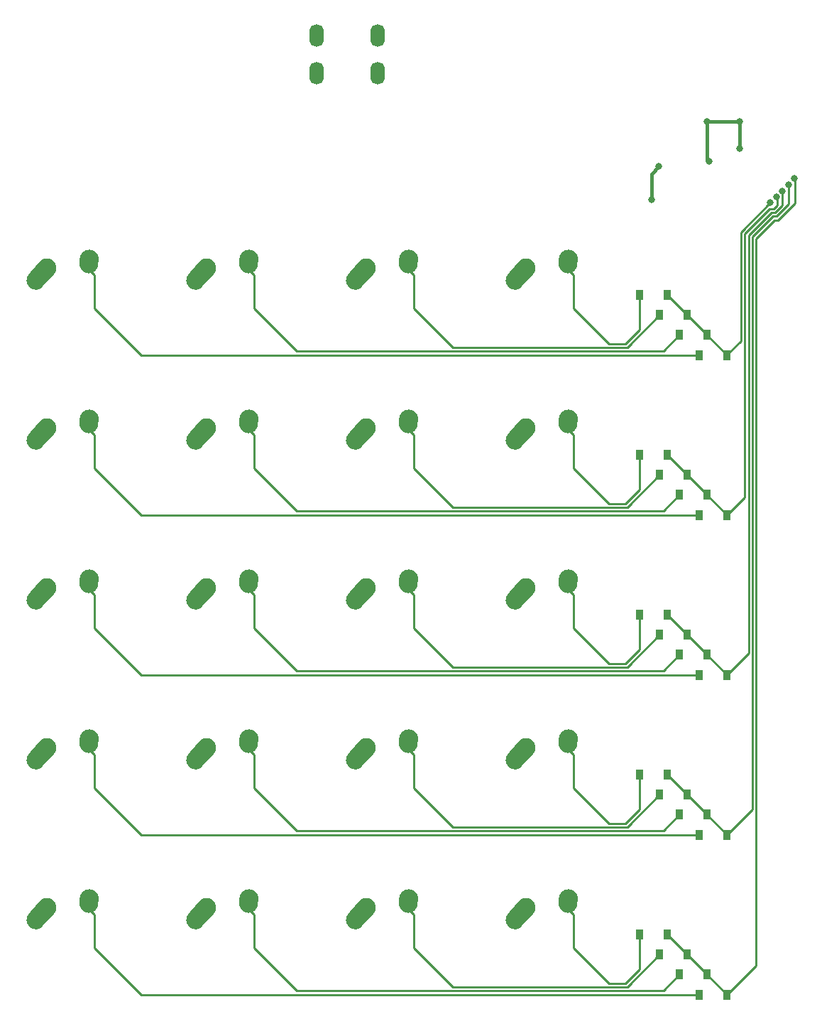
<source format=gbr>
%TF.GenerationSoftware,KiCad,Pcbnew,(5.1.9)-1*%
%TF.CreationDate,2021-04-12T01:02:27-04:00*%
%TF.ProjectId,Genesis Numpad,47656e65-7369-4732-904e-756d7061642e,rev?*%
%TF.SameCoordinates,Original*%
%TF.FileFunction,Copper,L1,Top*%
%TF.FilePolarity,Positive*%
%FSLAX46Y46*%
G04 Gerber Fmt 4.6, Leading zero omitted, Abs format (unit mm)*
G04 Created by KiCad (PCBNEW (5.1.9)-1) date 2021-04-12 01:02:27*
%MOMM*%
%LPD*%
G01*
G04 APERTURE LIST*
%TA.AperFunction,ComponentPad*%
%ADD10O,1.700000X2.700000*%
%TD*%
%TA.AperFunction,ComponentPad*%
%ADD11C,2.250000*%
%TD*%
%TA.AperFunction,SMDPad,CuDef*%
%ADD12R,0.900000X1.200000*%
%TD*%
%TA.AperFunction,ViaPad*%
%ADD13C,0.800000*%
%TD*%
%TA.AperFunction,Conductor*%
%ADD14C,0.381000*%
%TD*%
%TA.AperFunction,Conductor*%
%ADD15C,0.250000*%
%TD*%
G04 APERTURE END LIST*
D10*
%TO.P,USB1,6*%
%TO.N,GND*%
X74137500Y-22225000D03*
X81437500Y-22225000D03*
X81437500Y-26725000D03*
X74137500Y-26725000D03*
%TD*%
D11*
%TO.P,MX20,1*%
%TO.N,COL3*%
X99100000Y-126175000D03*
%TA.AperFunction,ComponentPad*%
G36*
G01*
X97038688Y-128472350D02*
X97038683Y-128472345D01*
G75*
G02*
X96952655Y-126883683I751317J837345D01*
G01*
X98262657Y-125423683D01*
G75*
G02*
X99851319Y-125337655I837345J-751317D01*
G01*
X99851319Y-125337655D01*
G75*
G02*
X99937347Y-126926317I-751317J-837345D01*
G01*
X98627345Y-128386317D01*
G75*
G02*
X97038683Y-128472345I-837345J751317D01*
G01*
G37*
%TD.AperFunction*%
%TO.P,MX20,2*%
%TO.N,Net-(D20-Pad2)*%
X104140000Y-125095000D03*
%TA.AperFunction,ComponentPad*%
G36*
G01*
X104023483Y-126797395D02*
X104022597Y-126797334D01*
G75*
G02*
X102977666Y-125597597I77403J1122334D01*
G01*
X103017666Y-125017597D01*
G75*
G02*
X104217403Y-123972666I1122334J-77403D01*
G01*
X104217403Y-123972666D01*
G75*
G02*
X105262334Y-125172403I-77403J-1122334D01*
G01*
X105222334Y-125752403D01*
G75*
G02*
X104022597Y-126797334I-1122334J77403D01*
G01*
G37*
%TD.AperFunction*%
%TD*%
%TO.P,MX19,1*%
%TO.N,COL3*%
X99100000Y-107125000D03*
%TA.AperFunction,ComponentPad*%
G36*
G01*
X97038688Y-109422350D02*
X97038683Y-109422345D01*
G75*
G02*
X96952655Y-107833683I751317J837345D01*
G01*
X98262657Y-106373683D01*
G75*
G02*
X99851319Y-106287655I837345J-751317D01*
G01*
X99851319Y-106287655D01*
G75*
G02*
X99937347Y-107876317I-751317J-837345D01*
G01*
X98627345Y-109336317D01*
G75*
G02*
X97038683Y-109422345I-837345J751317D01*
G01*
G37*
%TD.AperFunction*%
%TO.P,MX19,2*%
%TO.N,Net-(D19-Pad2)*%
X104140000Y-106045000D03*
%TA.AperFunction,ComponentPad*%
G36*
G01*
X104023483Y-107747395D02*
X104022597Y-107747334D01*
G75*
G02*
X102977666Y-106547597I77403J1122334D01*
G01*
X103017666Y-105967597D01*
G75*
G02*
X104217403Y-104922666I1122334J-77403D01*
G01*
X104217403Y-104922666D01*
G75*
G02*
X105262334Y-106122403I-77403J-1122334D01*
G01*
X105222334Y-106702403D01*
G75*
G02*
X104022597Y-107747334I-1122334J77403D01*
G01*
G37*
%TD.AperFunction*%
%TD*%
%TO.P,MX18,1*%
%TO.N,COL3*%
X99100000Y-88075000D03*
%TA.AperFunction,ComponentPad*%
G36*
G01*
X97038688Y-90372350D02*
X97038683Y-90372345D01*
G75*
G02*
X96952655Y-88783683I751317J837345D01*
G01*
X98262657Y-87323683D01*
G75*
G02*
X99851319Y-87237655I837345J-751317D01*
G01*
X99851319Y-87237655D01*
G75*
G02*
X99937347Y-88826317I-751317J-837345D01*
G01*
X98627345Y-90286317D01*
G75*
G02*
X97038683Y-90372345I-837345J751317D01*
G01*
G37*
%TD.AperFunction*%
%TO.P,MX18,2*%
%TO.N,Net-(D18-Pad2)*%
X104140000Y-86995000D03*
%TA.AperFunction,ComponentPad*%
G36*
G01*
X104023483Y-88697395D02*
X104022597Y-88697334D01*
G75*
G02*
X102977666Y-87497597I77403J1122334D01*
G01*
X103017666Y-86917597D01*
G75*
G02*
X104217403Y-85872666I1122334J-77403D01*
G01*
X104217403Y-85872666D01*
G75*
G02*
X105262334Y-87072403I-77403J-1122334D01*
G01*
X105222334Y-87652403D01*
G75*
G02*
X104022597Y-88697334I-1122334J77403D01*
G01*
G37*
%TD.AperFunction*%
%TD*%
%TO.P,MX17,1*%
%TO.N,COL3*%
X99100000Y-69025000D03*
%TA.AperFunction,ComponentPad*%
G36*
G01*
X97038688Y-71322350D02*
X97038683Y-71322345D01*
G75*
G02*
X96952655Y-69733683I751317J837345D01*
G01*
X98262657Y-68273683D01*
G75*
G02*
X99851319Y-68187655I837345J-751317D01*
G01*
X99851319Y-68187655D01*
G75*
G02*
X99937347Y-69776317I-751317J-837345D01*
G01*
X98627345Y-71236317D01*
G75*
G02*
X97038683Y-71322345I-837345J751317D01*
G01*
G37*
%TD.AperFunction*%
%TO.P,MX17,2*%
%TO.N,Net-(D17-Pad2)*%
X104140000Y-67945000D03*
%TA.AperFunction,ComponentPad*%
G36*
G01*
X104023483Y-69647395D02*
X104022597Y-69647334D01*
G75*
G02*
X102977666Y-68447597I77403J1122334D01*
G01*
X103017666Y-67867597D01*
G75*
G02*
X104217403Y-66822666I1122334J-77403D01*
G01*
X104217403Y-66822666D01*
G75*
G02*
X105262334Y-68022403I-77403J-1122334D01*
G01*
X105222334Y-68602403D01*
G75*
G02*
X104022597Y-69647334I-1122334J77403D01*
G01*
G37*
%TD.AperFunction*%
%TD*%
%TO.P,MX16,1*%
%TO.N,COL3*%
X99100000Y-49975000D03*
%TA.AperFunction,ComponentPad*%
G36*
G01*
X97038688Y-52272350D02*
X97038683Y-52272345D01*
G75*
G02*
X96952655Y-50683683I751317J837345D01*
G01*
X98262657Y-49223683D01*
G75*
G02*
X99851319Y-49137655I837345J-751317D01*
G01*
X99851319Y-49137655D01*
G75*
G02*
X99937347Y-50726317I-751317J-837345D01*
G01*
X98627345Y-52186317D01*
G75*
G02*
X97038683Y-52272345I-837345J751317D01*
G01*
G37*
%TD.AperFunction*%
%TO.P,MX16,2*%
%TO.N,Net-(D16-Pad2)*%
X104140000Y-48895000D03*
%TA.AperFunction,ComponentPad*%
G36*
G01*
X104023483Y-50597395D02*
X104022597Y-50597334D01*
G75*
G02*
X102977666Y-49397597I77403J1122334D01*
G01*
X103017666Y-48817597D01*
G75*
G02*
X104217403Y-47772666I1122334J-77403D01*
G01*
X104217403Y-47772666D01*
G75*
G02*
X105262334Y-48972403I-77403J-1122334D01*
G01*
X105222334Y-49552403D01*
G75*
G02*
X104022597Y-50597334I-1122334J77403D01*
G01*
G37*
%TD.AperFunction*%
%TD*%
%TO.P,MX15,1*%
%TO.N,COL2*%
X80050000Y-126175000D03*
%TA.AperFunction,ComponentPad*%
G36*
G01*
X77988688Y-128472350D02*
X77988683Y-128472345D01*
G75*
G02*
X77902655Y-126883683I751317J837345D01*
G01*
X79212657Y-125423683D01*
G75*
G02*
X80801319Y-125337655I837345J-751317D01*
G01*
X80801319Y-125337655D01*
G75*
G02*
X80887347Y-126926317I-751317J-837345D01*
G01*
X79577345Y-128386317D01*
G75*
G02*
X77988683Y-128472345I-837345J751317D01*
G01*
G37*
%TD.AperFunction*%
%TO.P,MX15,2*%
%TO.N,Net-(D15-Pad2)*%
X85090000Y-125095000D03*
%TA.AperFunction,ComponentPad*%
G36*
G01*
X84973483Y-126797395D02*
X84972597Y-126797334D01*
G75*
G02*
X83927666Y-125597597I77403J1122334D01*
G01*
X83967666Y-125017597D01*
G75*
G02*
X85167403Y-123972666I1122334J-77403D01*
G01*
X85167403Y-123972666D01*
G75*
G02*
X86212334Y-125172403I-77403J-1122334D01*
G01*
X86172334Y-125752403D01*
G75*
G02*
X84972597Y-126797334I-1122334J77403D01*
G01*
G37*
%TD.AperFunction*%
%TD*%
%TO.P,MX14,1*%
%TO.N,COL2*%
X80050000Y-107125000D03*
%TA.AperFunction,ComponentPad*%
G36*
G01*
X77988688Y-109422350D02*
X77988683Y-109422345D01*
G75*
G02*
X77902655Y-107833683I751317J837345D01*
G01*
X79212657Y-106373683D01*
G75*
G02*
X80801319Y-106287655I837345J-751317D01*
G01*
X80801319Y-106287655D01*
G75*
G02*
X80887347Y-107876317I-751317J-837345D01*
G01*
X79577345Y-109336317D01*
G75*
G02*
X77988683Y-109422345I-837345J751317D01*
G01*
G37*
%TD.AperFunction*%
%TO.P,MX14,2*%
%TO.N,Net-(D14-Pad2)*%
X85090000Y-106045000D03*
%TA.AperFunction,ComponentPad*%
G36*
G01*
X84973483Y-107747395D02*
X84972597Y-107747334D01*
G75*
G02*
X83927666Y-106547597I77403J1122334D01*
G01*
X83967666Y-105967597D01*
G75*
G02*
X85167403Y-104922666I1122334J-77403D01*
G01*
X85167403Y-104922666D01*
G75*
G02*
X86212334Y-106122403I-77403J-1122334D01*
G01*
X86172334Y-106702403D01*
G75*
G02*
X84972597Y-107747334I-1122334J77403D01*
G01*
G37*
%TD.AperFunction*%
%TD*%
%TO.P,MX13,1*%
%TO.N,COL2*%
X80050000Y-88075000D03*
%TA.AperFunction,ComponentPad*%
G36*
G01*
X77988688Y-90372350D02*
X77988683Y-90372345D01*
G75*
G02*
X77902655Y-88783683I751317J837345D01*
G01*
X79212657Y-87323683D01*
G75*
G02*
X80801319Y-87237655I837345J-751317D01*
G01*
X80801319Y-87237655D01*
G75*
G02*
X80887347Y-88826317I-751317J-837345D01*
G01*
X79577345Y-90286317D01*
G75*
G02*
X77988683Y-90372345I-837345J751317D01*
G01*
G37*
%TD.AperFunction*%
%TO.P,MX13,2*%
%TO.N,Net-(D13-Pad2)*%
X85090000Y-86995000D03*
%TA.AperFunction,ComponentPad*%
G36*
G01*
X84973483Y-88697395D02*
X84972597Y-88697334D01*
G75*
G02*
X83927666Y-87497597I77403J1122334D01*
G01*
X83967666Y-86917597D01*
G75*
G02*
X85167403Y-85872666I1122334J-77403D01*
G01*
X85167403Y-85872666D01*
G75*
G02*
X86212334Y-87072403I-77403J-1122334D01*
G01*
X86172334Y-87652403D01*
G75*
G02*
X84972597Y-88697334I-1122334J77403D01*
G01*
G37*
%TD.AperFunction*%
%TD*%
%TO.P,MX12,1*%
%TO.N,COL2*%
X80050000Y-69025000D03*
%TA.AperFunction,ComponentPad*%
G36*
G01*
X77988688Y-71322350D02*
X77988683Y-71322345D01*
G75*
G02*
X77902655Y-69733683I751317J837345D01*
G01*
X79212657Y-68273683D01*
G75*
G02*
X80801319Y-68187655I837345J-751317D01*
G01*
X80801319Y-68187655D01*
G75*
G02*
X80887347Y-69776317I-751317J-837345D01*
G01*
X79577345Y-71236317D01*
G75*
G02*
X77988683Y-71322345I-837345J751317D01*
G01*
G37*
%TD.AperFunction*%
%TO.P,MX12,2*%
%TO.N,Net-(D12-Pad2)*%
X85090000Y-67945000D03*
%TA.AperFunction,ComponentPad*%
G36*
G01*
X84973483Y-69647395D02*
X84972597Y-69647334D01*
G75*
G02*
X83927666Y-68447597I77403J1122334D01*
G01*
X83967666Y-67867597D01*
G75*
G02*
X85167403Y-66822666I1122334J-77403D01*
G01*
X85167403Y-66822666D01*
G75*
G02*
X86212334Y-68022403I-77403J-1122334D01*
G01*
X86172334Y-68602403D01*
G75*
G02*
X84972597Y-69647334I-1122334J77403D01*
G01*
G37*
%TD.AperFunction*%
%TD*%
%TO.P,MX11,1*%
%TO.N,COL2*%
X80050000Y-49975000D03*
%TA.AperFunction,ComponentPad*%
G36*
G01*
X77988688Y-52272350D02*
X77988683Y-52272345D01*
G75*
G02*
X77902655Y-50683683I751317J837345D01*
G01*
X79212657Y-49223683D01*
G75*
G02*
X80801319Y-49137655I837345J-751317D01*
G01*
X80801319Y-49137655D01*
G75*
G02*
X80887347Y-50726317I-751317J-837345D01*
G01*
X79577345Y-52186317D01*
G75*
G02*
X77988683Y-52272345I-837345J751317D01*
G01*
G37*
%TD.AperFunction*%
%TO.P,MX11,2*%
%TO.N,Net-(D11-Pad2)*%
X85090000Y-48895000D03*
%TA.AperFunction,ComponentPad*%
G36*
G01*
X84973483Y-50597395D02*
X84972597Y-50597334D01*
G75*
G02*
X83927666Y-49397597I77403J1122334D01*
G01*
X83967666Y-48817597D01*
G75*
G02*
X85167403Y-47772666I1122334J-77403D01*
G01*
X85167403Y-47772666D01*
G75*
G02*
X86212334Y-48972403I-77403J-1122334D01*
G01*
X86172334Y-49552403D01*
G75*
G02*
X84972597Y-50597334I-1122334J77403D01*
G01*
G37*
%TD.AperFunction*%
%TD*%
%TO.P,MX10,1*%
%TO.N,COL1*%
X61000000Y-126175000D03*
%TA.AperFunction,ComponentPad*%
G36*
G01*
X58938688Y-128472350D02*
X58938683Y-128472345D01*
G75*
G02*
X58852655Y-126883683I751317J837345D01*
G01*
X60162657Y-125423683D01*
G75*
G02*
X61751319Y-125337655I837345J-751317D01*
G01*
X61751319Y-125337655D01*
G75*
G02*
X61837347Y-126926317I-751317J-837345D01*
G01*
X60527345Y-128386317D01*
G75*
G02*
X58938683Y-128472345I-837345J751317D01*
G01*
G37*
%TD.AperFunction*%
%TO.P,MX10,2*%
%TO.N,Net-(D10-Pad2)*%
X66040000Y-125095000D03*
%TA.AperFunction,ComponentPad*%
G36*
G01*
X65923483Y-126797395D02*
X65922597Y-126797334D01*
G75*
G02*
X64877666Y-125597597I77403J1122334D01*
G01*
X64917666Y-125017597D01*
G75*
G02*
X66117403Y-123972666I1122334J-77403D01*
G01*
X66117403Y-123972666D01*
G75*
G02*
X67162334Y-125172403I-77403J-1122334D01*
G01*
X67122334Y-125752403D01*
G75*
G02*
X65922597Y-126797334I-1122334J77403D01*
G01*
G37*
%TD.AperFunction*%
%TD*%
%TO.P,MX9,1*%
%TO.N,COL1*%
X61000000Y-107125000D03*
%TA.AperFunction,ComponentPad*%
G36*
G01*
X58938688Y-109422350D02*
X58938683Y-109422345D01*
G75*
G02*
X58852655Y-107833683I751317J837345D01*
G01*
X60162657Y-106373683D01*
G75*
G02*
X61751319Y-106287655I837345J-751317D01*
G01*
X61751319Y-106287655D01*
G75*
G02*
X61837347Y-107876317I-751317J-837345D01*
G01*
X60527345Y-109336317D01*
G75*
G02*
X58938683Y-109422345I-837345J751317D01*
G01*
G37*
%TD.AperFunction*%
%TO.P,MX9,2*%
%TO.N,Net-(D9-Pad2)*%
X66040000Y-106045000D03*
%TA.AperFunction,ComponentPad*%
G36*
G01*
X65923483Y-107747395D02*
X65922597Y-107747334D01*
G75*
G02*
X64877666Y-106547597I77403J1122334D01*
G01*
X64917666Y-105967597D01*
G75*
G02*
X66117403Y-104922666I1122334J-77403D01*
G01*
X66117403Y-104922666D01*
G75*
G02*
X67162334Y-106122403I-77403J-1122334D01*
G01*
X67122334Y-106702403D01*
G75*
G02*
X65922597Y-107747334I-1122334J77403D01*
G01*
G37*
%TD.AperFunction*%
%TD*%
%TO.P,MX8,1*%
%TO.N,COL1*%
X61000000Y-88075000D03*
%TA.AperFunction,ComponentPad*%
G36*
G01*
X58938688Y-90372350D02*
X58938683Y-90372345D01*
G75*
G02*
X58852655Y-88783683I751317J837345D01*
G01*
X60162657Y-87323683D01*
G75*
G02*
X61751319Y-87237655I837345J-751317D01*
G01*
X61751319Y-87237655D01*
G75*
G02*
X61837347Y-88826317I-751317J-837345D01*
G01*
X60527345Y-90286317D01*
G75*
G02*
X58938683Y-90372345I-837345J751317D01*
G01*
G37*
%TD.AperFunction*%
%TO.P,MX8,2*%
%TO.N,Net-(D8-Pad2)*%
X66040000Y-86995000D03*
%TA.AperFunction,ComponentPad*%
G36*
G01*
X65923483Y-88697395D02*
X65922597Y-88697334D01*
G75*
G02*
X64877666Y-87497597I77403J1122334D01*
G01*
X64917666Y-86917597D01*
G75*
G02*
X66117403Y-85872666I1122334J-77403D01*
G01*
X66117403Y-85872666D01*
G75*
G02*
X67162334Y-87072403I-77403J-1122334D01*
G01*
X67122334Y-87652403D01*
G75*
G02*
X65922597Y-88697334I-1122334J77403D01*
G01*
G37*
%TD.AperFunction*%
%TD*%
%TO.P,MX7,1*%
%TO.N,COL1*%
X61000000Y-69025000D03*
%TA.AperFunction,ComponentPad*%
G36*
G01*
X58938688Y-71322350D02*
X58938683Y-71322345D01*
G75*
G02*
X58852655Y-69733683I751317J837345D01*
G01*
X60162657Y-68273683D01*
G75*
G02*
X61751319Y-68187655I837345J-751317D01*
G01*
X61751319Y-68187655D01*
G75*
G02*
X61837347Y-69776317I-751317J-837345D01*
G01*
X60527345Y-71236317D01*
G75*
G02*
X58938683Y-71322345I-837345J751317D01*
G01*
G37*
%TD.AperFunction*%
%TO.P,MX7,2*%
%TO.N,Net-(D7-Pad2)*%
X66040000Y-67945000D03*
%TA.AperFunction,ComponentPad*%
G36*
G01*
X65923483Y-69647395D02*
X65922597Y-69647334D01*
G75*
G02*
X64877666Y-68447597I77403J1122334D01*
G01*
X64917666Y-67867597D01*
G75*
G02*
X66117403Y-66822666I1122334J-77403D01*
G01*
X66117403Y-66822666D01*
G75*
G02*
X67162334Y-68022403I-77403J-1122334D01*
G01*
X67122334Y-68602403D01*
G75*
G02*
X65922597Y-69647334I-1122334J77403D01*
G01*
G37*
%TD.AperFunction*%
%TD*%
%TO.P,MX6,1*%
%TO.N,COL1*%
X61000000Y-49975000D03*
%TA.AperFunction,ComponentPad*%
G36*
G01*
X58938688Y-52272350D02*
X58938683Y-52272345D01*
G75*
G02*
X58852655Y-50683683I751317J837345D01*
G01*
X60162657Y-49223683D01*
G75*
G02*
X61751319Y-49137655I837345J-751317D01*
G01*
X61751319Y-49137655D01*
G75*
G02*
X61837347Y-50726317I-751317J-837345D01*
G01*
X60527345Y-52186317D01*
G75*
G02*
X58938683Y-52272345I-837345J751317D01*
G01*
G37*
%TD.AperFunction*%
%TO.P,MX6,2*%
%TO.N,Net-(D6-Pad2)*%
X66040000Y-48895000D03*
%TA.AperFunction,ComponentPad*%
G36*
G01*
X65923483Y-50597395D02*
X65922597Y-50597334D01*
G75*
G02*
X64877666Y-49397597I77403J1122334D01*
G01*
X64917666Y-48817597D01*
G75*
G02*
X66117403Y-47772666I1122334J-77403D01*
G01*
X66117403Y-47772666D01*
G75*
G02*
X67162334Y-48972403I-77403J-1122334D01*
G01*
X67122334Y-49552403D01*
G75*
G02*
X65922597Y-50597334I-1122334J77403D01*
G01*
G37*
%TD.AperFunction*%
%TD*%
%TO.P,MX5,1*%
%TO.N,COL0*%
X41950000Y-126175000D03*
%TA.AperFunction,ComponentPad*%
G36*
G01*
X39888688Y-128472350D02*
X39888683Y-128472345D01*
G75*
G02*
X39802655Y-126883683I751317J837345D01*
G01*
X41112657Y-125423683D01*
G75*
G02*
X42701319Y-125337655I837345J-751317D01*
G01*
X42701319Y-125337655D01*
G75*
G02*
X42787347Y-126926317I-751317J-837345D01*
G01*
X41477345Y-128386317D01*
G75*
G02*
X39888683Y-128472345I-837345J751317D01*
G01*
G37*
%TD.AperFunction*%
%TO.P,MX5,2*%
%TO.N,Net-(D5-Pad2)*%
X46990000Y-125095000D03*
%TA.AperFunction,ComponentPad*%
G36*
G01*
X46873483Y-126797395D02*
X46872597Y-126797334D01*
G75*
G02*
X45827666Y-125597597I77403J1122334D01*
G01*
X45867666Y-125017597D01*
G75*
G02*
X47067403Y-123972666I1122334J-77403D01*
G01*
X47067403Y-123972666D01*
G75*
G02*
X48112334Y-125172403I-77403J-1122334D01*
G01*
X48072334Y-125752403D01*
G75*
G02*
X46872597Y-126797334I-1122334J77403D01*
G01*
G37*
%TD.AperFunction*%
%TD*%
%TO.P,MX4,1*%
%TO.N,COL0*%
X41950000Y-107125000D03*
%TA.AperFunction,ComponentPad*%
G36*
G01*
X39888688Y-109422350D02*
X39888683Y-109422345D01*
G75*
G02*
X39802655Y-107833683I751317J837345D01*
G01*
X41112657Y-106373683D01*
G75*
G02*
X42701319Y-106287655I837345J-751317D01*
G01*
X42701319Y-106287655D01*
G75*
G02*
X42787347Y-107876317I-751317J-837345D01*
G01*
X41477345Y-109336317D01*
G75*
G02*
X39888683Y-109422345I-837345J751317D01*
G01*
G37*
%TD.AperFunction*%
%TO.P,MX4,2*%
%TO.N,Net-(D4-Pad2)*%
X46990000Y-106045000D03*
%TA.AperFunction,ComponentPad*%
G36*
G01*
X46873483Y-107747395D02*
X46872597Y-107747334D01*
G75*
G02*
X45827666Y-106547597I77403J1122334D01*
G01*
X45867666Y-105967597D01*
G75*
G02*
X47067403Y-104922666I1122334J-77403D01*
G01*
X47067403Y-104922666D01*
G75*
G02*
X48112334Y-106122403I-77403J-1122334D01*
G01*
X48072334Y-106702403D01*
G75*
G02*
X46872597Y-107747334I-1122334J77403D01*
G01*
G37*
%TD.AperFunction*%
%TD*%
%TO.P,MX3,1*%
%TO.N,COL0*%
X41950000Y-88075000D03*
%TA.AperFunction,ComponentPad*%
G36*
G01*
X39888688Y-90372350D02*
X39888683Y-90372345D01*
G75*
G02*
X39802655Y-88783683I751317J837345D01*
G01*
X41112657Y-87323683D01*
G75*
G02*
X42701319Y-87237655I837345J-751317D01*
G01*
X42701319Y-87237655D01*
G75*
G02*
X42787347Y-88826317I-751317J-837345D01*
G01*
X41477345Y-90286317D01*
G75*
G02*
X39888683Y-90372345I-837345J751317D01*
G01*
G37*
%TD.AperFunction*%
%TO.P,MX3,2*%
%TO.N,Net-(D3-Pad2)*%
X46990000Y-86995000D03*
%TA.AperFunction,ComponentPad*%
G36*
G01*
X46873483Y-88697395D02*
X46872597Y-88697334D01*
G75*
G02*
X45827666Y-87497597I77403J1122334D01*
G01*
X45867666Y-86917597D01*
G75*
G02*
X47067403Y-85872666I1122334J-77403D01*
G01*
X47067403Y-85872666D01*
G75*
G02*
X48112334Y-87072403I-77403J-1122334D01*
G01*
X48072334Y-87652403D01*
G75*
G02*
X46872597Y-88697334I-1122334J77403D01*
G01*
G37*
%TD.AperFunction*%
%TD*%
%TO.P,MX2,1*%
%TO.N,COL0*%
X41950000Y-69025000D03*
%TA.AperFunction,ComponentPad*%
G36*
G01*
X39888688Y-71322350D02*
X39888683Y-71322345D01*
G75*
G02*
X39802655Y-69733683I751317J837345D01*
G01*
X41112657Y-68273683D01*
G75*
G02*
X42701319Y-68187655I837345J-751317D01*
G01*
X42701319Y-68187655D01*
G75*
G02*
X42787347Y-69776317I-751317J-837345D01*
G01*
X41477345Y-71236317D01*
G75*
G02*
X39888683Y-71322345I-837345J751317D01*
G01*
G37*
%TD.AperFunction*%
%TO.P,MX2,2*%
%TO.N,Net-(D2-Pad2)*%
X46990000Y-67945000D03*
%TA.AperFunction,ComponentPad*%
G36*
G01*
X46873483Y-69647395D02*
X46872597Y-69647334D01*
G75*
G02*
X45827666Y-68447597I77403J1122334D01*
G01*
X45867666Y-67867597D01*
G75*
G02*
X47067403Y-66822666I1122334J-77403D01*
G01*
X47067403Y-66822666D01*
G75*
G02*
X48112334Y-68022403I-77403J-1122334D01*
G01*
X48072334Y-68602403D01*
G75*
G02*
X46872597Y-69647334I-1122334J77403D01*
G01*
G37*
%TD.AperFunction*%
%TD*%
%TO.P,MX1,1*%
%TO.N,COL0*%
X41950000Y-49975000D03*
%TA.AperFunction,ComponentPad*%
G36*
G01*
X39888688Y-52272350D02*
X39888683Y-52272345D01*
G75*
G02*
X39802655Y-50683683I751317J837345D01*
G01*
X41112657Y-49223683D01*
G75*
G02*
X42701319Y-49137655I837345J-751317D01*
G01*
X42701319Y-49137655D01*
G75*
G02*
X42787347Y-50726317I-751317J-837345D01*
G01*
X41477345Y-52186317D01*
G75*
G02*
X39888683Y-52272345I-837345J751317D01*
G01*
G37*
%TD.AperFunction*%
%TO.P,MX1,2*%
%TO.N,Net-(D1-Pad2)*%
X46990000Y-48895000D03*
%TA.AperFunction,ComponentPad*%
G36*
G01*
X46873483Y-50597395D02*
X46872597Y-50597334D01*
G75*
G02*
X45827666Y-49397597I77403J1122334D01*
G01*
X45867666Y-48817597D01*
G75*
G02*
X47067403Y-47772666I1122334J-77403D01*
G01*
X47067403Y-47772666D01*
G75*
G02*
X48112334Y-48972403I-77403J-1122334D01*
G01*
X48072334Y-49552403D01*
G75*
G02*
X46872597Y-50597334I-1122334J77403D01*
G01*
G37*
%TD.AperFunction*%
%TD*%
D12*
%TO.P,D20,2*%
%TO.N,Net-(D20-Pad2)*%
X112650000Y-129381250D03*
%TO.P,D20,1*%
%TO.N,ROW4*%
X115950000Y-129381250D03*
%TD*%
%TO.P,D19,2*%
%TO.N,Net-(D19-Pad2)*%
X112650000Y-110331250D03*
%TO.P,D19,1*%
%TO.N,ROW3*%
X115950000Y-110331250D03*
%TD*%
%TO.P,D18,2*%
%TO.N,Net-(D18-Pad2)*%
X112650000Y-91281250D03*
%TO.P,D18,1*%
%TO.N,ROW2*%
X115950000Y-91281250D03*
%TD*%
%TO.P,D17,2*%
%TO.N,Net-(D17-Pad2)*%
X112650000Y-72231250D03*
%TO.P,D17,1*%
%TO.N,ROW1*%
X115950000Y-72231250D03*
%TD*%
%TO.P,D16,2*%
%TO.N,Net-(D16-Pad2)*%
X112650000Y-53181250D03*
%TO.P,D16,1*%
%TO.N,ROW0*%
X115950000Y-53181250D03*
%TD*%
%TO.P,D15,2*%
%TO.N,Net-(D15-Pad2)*%
X115031250Y-131762500D03*
%TO.P,D15,1*%
%TO.N,ROW4*%
X118331250Y-131762500D03*
%TD*%
%TO.P,D14,2*%
%TO.N,Net-(D14-Pad2)*%
X115031250Y-112712500D03*
%TO.P,D14,1*%
%TO.N,ROW3*%
X118331250Y-112712500D03*
%TD*%
%TO.P,D13,2*%
%TO.N,Net-(D13-Pad2)*%
X115031250Y-93662500D03*
%TO.P,D13,1*%
%TO.N,ROW2*%
X118331250Y-93662500D03*
%TD*%
%TO.P,D12,2*%
%TO.N,Net-(D12-Pad2)*%
X115031250Y-74612500D03*
%TO.P,D12,1*%
%TO.N,ROW1*%
X118331250Y-74612500D03*
%TD*%
%TO.P,D11,2*%
%TO.N,Net-(D11-Pad2)*%
X115031250Y-55562500D03*
%TO.P,D11,1*%
%TO.N,ROW0*%
X118331250Y-55562500D03*
%TD*%
%TO.P,D10,2*%
%TO.N,Net-(D10-Pad2)*%
X117412500Y-134143750D03*
%TO.P,D10,1*%
%TO.N,ROW4*%
X120712500Y-134143750D03*
%TD*%
%TO.P,D9,2*%
%TO.N,Net-(D9-Pad2)*%
X117412500Y-115093750D03*
%TO.P,D9,1*%
%TO.N,ROW3*%
X120712500Y-115093750D03*
%TD*%
%TO.P,D8,2*%
%TO.N,Net-(D8-Pad2)*%
X117412500Y-96043750D03*
%TO.P,D8,1*%
%TO.N,ROW2*%
X120712500Y-96043750D03*
%TD*%
%TO.P,D7,2*%
%TO.N,Net-(D7-Pad2)*%
X117412500Y-76993750D03*
%TO.P,D7,1*%
%TO.N,ROW1*%
X120712500Y-76993750D03*
%TD*%
%TO.P,D6,2*%
%TO.N,Net-(D6-Pad2)*%
X117412500Y-57943750D03*
%TO.P,D6,1*%
%TO.N,ROW0*%
X120712500Y-57943750D03*
%TD*%
%TO.P,D5,2*%
%TO.N,Net-(D5-Pad2)*%
X119793750Y-136525000D03*
%TO.P,D5,1*%
%TO.N,ROW4*%
X123093750Y-136525000D03*
%TD*%
%TO.P,D4,2*%
%TO.N,Net-(D4-Pad2)*%
X119793750Y-117475000D03*
%TO.P,D4,1*%
%TO.N,ROW3*%
X123093750Y-117475000D03*
%TD*%
%TO.P,D3,2*%
%TO.N,Net-(D3-Pad2)*%
X119793750Y-98425000D03*
%TO.P,D3,1*%
%TO.N,ROW2*%
X123093750Y-98425000D03*
%TD*%
%TO.P,D2,2*%
%TO.N,Net-(D2-Pad2)*%
X119793750Y-79375000D03*
%TO.P,D2,1*%
%TO.N,ROW1*%
X123093750Y-79375000D03*
%TD*%
%TO.P,D1,2*%
%TO.N,Net-(D1-Pad2)*%
X119793750Y-60325000D03*
%TO.P,D1,1*%
%TO.N,ROW0*%
X123093750Y-60325000D03*
%TD*%
D13*
%TO.N,GND*%
X124618750Y-35718750D03*
X124618750Y-32543750D03*
X120650000Y-32543750D03*
X120904000Y-37211000D03*
%TO.N,+5V*%
X114046000Y-41783000D03*
X114935000Y-37846000D03*
%TO.N,ROW0*%
X128252784Y-42181216D03*
%TO.N,ROW1*%
X128959892Y-41474108D03*
%TO.N,ROW2*%
X129667000Y-40767000D03*
%TO.N,ROW3*%
X130429000Y-40005000D03*
%TO.N,ROW4*%
X131136108Y-39297892D03*
%TD*%
D14*
%TO.N,GND*%
X124618750Y-35718750D02*
X124618750Y-32543750D01*
X124618750Y-32543750D02*
X120650000Y-32543750D01*
X120650000Y-36957000D02*
X120904000Y-37211000D01*
X120650000Y-32543750D02*
X120650000Y-36957000D01*
%TO.N,+5V*%
X114046000Y-38735000D02*
X114935000Y-37846000D01*
X114046000Y-41783000D02*
X114046000Y-38735000D01*
D15*
%TO.N,Net-(D1-Pad2)*%
X46950000Y-49475000D02*
X46950000Y-50125000D01*
X46950000Y-50125000D02*
X47625000Y-50800000D01*
X47625000Y-50800000D02*
X47625000Y-54768750D01*
X47625000Y-54768750D02*
X53181250Y-60325000D01*
X53181250Y-60325000D02*
X119793750Y-60325000D01*
%TO.N,ROW0*%
X115950000Y-53181250D02*
X118331250Y-55562500D01*
X118331250Y-55562500D02*
X120712500Y-57943750D01*
X120712500Y-57943750D02*
X123093750Y-60325000D01*
X124714000Y-45720000D02*
X128252784Y-42181216D01*
X124714000Y-58674000D02*
X124714000Y-45720000D01*
X123093750Y-60294250D02*
X124714000Y-58674000D01*
X123093750Y-60325000D02*
X123093750Y-60294250D01*
%TO.N,Net-(D2-Pad2)*%
X46950000Y-68525000D02*
X46950000Y-69175000D01*
X46950000Y-69175000D02*
X47625000Y-69850000D01*
X47625000Y-69850000D02*
X47625000Y-73818750D01*
X47625000Y-73818750D02*
X53181250Y-79375000D01*
X53181250Y-79375000D02*
X119793750Y-79375000D01*
%TO.N,ROW1*%
X115950000Y-72231250D02*
X118331250Y-74612500D01*
X118331250Y-74612500D02*
X120712500Y-76993750D01*
X120712500Y-76993750D02*
X123093750Y-79375000D01*
X125164010Y-45906400D02*
X125164010Y-77304740D01*
X125164010Y-77304740D02*
X123093750Y-79375000D01*
X128164193Y-42906217D02*
X125164010Y-45906400D01*
X128600785Y-42906217D02*
X128164193Y-42906217D01*
X129032000Y-42475002D02*
X128600785Y-42906217D01*
X129032000Y-41546216D02*
X129032000Y-42475002D01*
X128959892Y-41474108D02*
X129032000Y-41546216D01*
%TO.N,Net-(D3-Pad2)*%
X47625000Y-92868750D02*
X53181250Y-98425000D01*
X47625000Y-88900000D02*
X47625000Y-92868750D01*
X53181250Y-98425000D02*
X119793750Y-98425000D01*
X46950000Y-88225000D02*
X47625000Y-88900000D01*
X46950000Y-87575000D02*
X46950000Y-88225000D01*
%TO.N,ROW2*%
X129684893Y-40784893D02*
X129667000Y-40767000D01*
X129684893Y-42458519D02*
X129684893Y-40784893D01*
X128787186Y-43356226D02*
X129684893Y-42458519D01*
X128350593Y-43356227D02*
X128787186Y-43356226D01*
X125643720Y-46063100D02*
X128350593Y-43356227D01*
X125643720Y-95875030D02*
X125643720Y-46063100D01*
X123093750Y-98425000D02*
X125643720Y-95875030D01*
X115950000Y-91281250D02*
X118331250Y-93662500D01*
X118331250Y-93662500D02*
X120712500Y-96043750D01*
X120712500Y-96043750D02*
X123093750Y-98425000D01*
%TO.N,Net-(D4-Pad2)*%
X46950000Y-106625000D02*
X46950000Y-107275000D01*
X46950000Y-107275000D02*
X47625000Y-107950000D01*
X47625000Y-107950000D02*
X47625000Y-111918750D01*
X47625000Y-111918750D02*
X53181250Y-117475000D01*
X53181250Y-117475000D02*
X119793750Y-117475000D01*
%TO.N,ROW3*%
X128973587Y-43806235D02*
X130429000Y-42350822D01*
X128536995Y-43806235D02*
X128973587Y-43806235D01*
X126093730Y-46249500D02*
X128536995Y-43806235D01*
X126093730Y-114475020D02*
X126093730Y-46249500D01*
X130429000Y-42350822D02*
X130429000Y-40005000D01*
X123093750Y-117475000D02*
X126093730Y-114475020D01*
X115950000Y-110331250D02*
X118331250Y-112712500D01*
X118331250Y-112712500D02*
X120712500Y-115093750D01*
X120712500Y-115093750D02*
X123093750Y-117475000D01*
%TO.N,Net-(D5-Pad2)*%
X46950000Y-125675000D02*
X46950000Y-126325000D01*
X46950000Y-126325000D02*
X47625000Y-127000000D01*
X47625000Y-127000000D02*
X47625000Y-130968750D01*
X47625000Y-130968750D02*
X53181250Y-136525000D01*
X53181250Y-136525000D02*
X119793750Y-136525000D01*
%TO.N,ROW4*%
X131154001Y-39315785D02*
X131136108Y-39297892D01*
X131154001Y-42262231D02*
X131154001Y-39315785D01*
X129159988Y-44256244D02*
X131154001Y-42262231D01*
X128723395Y-44256245D02*
X129159988Y-44256244D01*
X126543740Y-46435900D02*
X128723395Y-44256245D01*
X126543740Y-133075010D02*
X126543740Y-46435900D01*
X123093750Y-136525000D02*
X126543740Y-133075010D01*
X115950000Y-129381250D02*
X118331250Y-131762500D01*
X118331250Y-131762500D02*
X120712500Y-134143750D01*
X120712500Y-134143750D02*
X123093750Y-136525000D01*
%TO.N,Net-(D6-Pad2)*%
X115481260Y-59874990D02*
X117412500Y-57943750D01*
X71781240Y-59874990D02*
X115481260Y-59874990D01*
X66675000Y-54768750D02*
X71781240Y-59874990D01*
X66675000Y-50800000D02*
X66675000Y-54768750D01*
X66000000Y-50125000D02*
X66675000Y-50800000D01*
X66000000Y-49475000D02*
X66000000Y-50125000D01*
%TO.N,Net-(D7-Pad2)*%
X71781240Y-78924990D02*
X115481260Y-78924990D01*
X115481260Y-78924990D02*
X117412500Y-76993750D01*
X66675000Y-73818750D02*
X71781240Y-78924990D01*
X66675000Y-69850000D02*
X66675000Y-73818750D01*
X66000000Y-69175000D02*
X66675000Y-69850000D01*
X66000000Y-68525000D02*
X66000000Y-69175000D01*
%TO.N,Net-(D8-Pad2)*%
X115481260Y-97974990D02*
X117412500Y-96043750D01*
X71781240Y-97974990D02*
X115481260Y-97974990D01*
X66675000Y-88900000D02*
X66675000Y-92868750D01*
X66675000Y-92868750D02*
X71781240Y-97974990D01*
X66000000Y-88225000D02*
X66675000Y-88900000D01*
X66000000Y-87575000D02*
X66000000Y-88225000D01*
%TO.N,Net-(D9-Pad2)*%
X115481260Y-117024990D02*
X117412500Y-115093750D01*
X66675000Y-111918750D02*
X71781240Y-117024990D01*
X66675000Y-107950000D02*
X66675000Y-111918750D01*
X66000000Y-107275000D02*
X66675000Y-107950000D01*
X71781240Y-117024990D02*
X115481260Y-117024990D01*
X66000000Y-106625000D02*
X66000000Y-107275000D01*
%TO.N,Net-(D10-Pad2)*%
X115481260Y-136074990D02*
X117412500Y-134143750D01*
X71781240Y-136074990D02*
X115481260Y-136074990D01*
X66675000Y-130968750D02*
X71781240Y-136074990D01*
X66675000Y-127000000D02*
X66675000Y-130968750D01*
X66000000Y-126325000D02*
X66675000Y-127000000D01*
X66000000Y-125675000D02*
X66000000Y-126325000D01*
%TO.N,Net-(D11-Pad2)*%
X85050000Y-49475000D02*
X85050000Y-50125000D01*
X85050000Y-50125000D02*
X85725000Y-50800000D01*
X85725000Y-50800000D02*
X85725000Y-54768750D01*
X85725000Y-54768750D02*
X90381230Y-59424980D01*
X111168770Y-59424980D02*
X115031250Y-55562500D01*
X90381230Y-59424980D02*
X111168770Y-59424980D01*
%TO.N,Net-(D12-Pad2)*%
X90381230Y-78474980D02*
X111168770Y-78474980D01*
X85725000Y-73818750D02*
X90381230Y-78474980D01*
X85725000Y-69850000D02*
X85725000Y-73818750D01*
X85050000Y-69175000D02*
X85725000Y-69850000D01*
X111168770Y-78474980D02*
X115031250Y-74612500D01*
X85050000Y-68525000D02*
X85050000Y-69175000D01*
%TO.N,Net-(D13-Pad2)*%
X111168770Y-97524980D02*
X115031250Y-93662500D01*
X90381230Y-97524980D02*
X111168770Y-97524980D01*
X85725000Y-92868750D02*
X90381230Y-97524980D01*
X85725000Y-88900000D02*
X85725000Y-92868750D01*
X85050000Y-88225000D02*
X85725000Y-88900000D01*
X85050000Y-87575000D02*
X85050000Y-88225000D01*
%TO.N,Net-(D14-Pad2)*%
X90381230Y-116574980D02*
X111168770Y-116574980D01*
X111168770Y-116574980D02*
X115031250Y-112712500D01*
X85725000Y-107950000D02*
X85725000Y-111918750D01*
X85725000Y-111918750D02*
X90381230Y-116574980D01*
X85050000Y-107275000D02*
X85725000Y-107950000D01*
X85050000Y-106625000D02*
X85050000Y-107275000D01*
%TO.N,Net-(D15-Pad2)*%
X90381230Y-135624980D02*
X111168770Y-135624980D01*
X111168770Y-135624980D02*
X115031250Y-131762500D01*
X85725000Y-130968750D02*
X90381230Y-135624980D01*
X85725000Y-127000000D02*
X85725000Y-130968750D01*
X85050000Y-126325000D02*
X85725000Y-127000000D01*
X85050000Y-125675000D02*
X85050000Y-126325000D01*
%TO.N,Net-(D16-Pad2)*%
X112650000Y-57307340D02*
X112650000Y-53181250D01*
X110982370Y-58974970D02*
X112650000Y-57307340D01*
X108981220Y-58974970D02*
X110982370Y-58974970D01*
X104775000Y-50800000D02*
X104775000Y-54768750D01*
X104775000Y-54768750D02*
X108981220Y-58974970D01*
X104100000Y-50125000D02*
X104775000Y-50800000D01*
X104100000Y-49475000D02*
X104100000Y-50125000D01*
%TO.N,Net-(D17-Pad2)*%
X112650000Y-76357340D02*
X112650000Y-72231250D01*
X110982370Y-78024970D02*
X112650000Y-76357340D01*
X108981220Y-78024970D02*
X110982370Y-78024970D01*
X104775000Y-73818750D02*
X108981220Y-78024970D01*
X104775000Y-69850000D02*
X104775000Y-73818750D01*
X104100000Y-69175000D02*
X104775000Y-69850000D01*
X104100000Y-68525000D02*
X104100000Y-69175000D01*
%TO.N,Net-(D18-Pad2)*%
X112650000Y-95407340D02*
X112650000Y-91281250D01*
X110982370Y-97074970D02*
X112650000Y-95407340D01*
X108981220Y-97074970D02*
X110982370Y-97074970D01*
X104775000Y-92868750D02*
X108981220Y-97074970D01*
X104775000Y-88900000D02*
X104775000Y-92868750D01*
X104100000Y-88225000D02*
X104775000Y-88900000D01*
X104100000Y-87575000D02*
X104100000Y-88225000D01*
%TO.N,Net-(D19-Pad2)*%
X110982370Y-116124970D02*
X112650000Y-114457340D01*
X108981220Y-116124970D02*
X110982370Y-116124970D01*
X104775000Y-111918750D02*
X108981220Y-116124970D01*
X112650000Y-114457340D02*
X112650000Y-110331250D01*
X104775000Y-107950000D02*
X104775000Y-111918750D01*
X104100000Y-107275000D02*
X104775000Y-107950000D01*
X104100000Y-106625000D02*
X104100000Y-107275000D01*
%TO.N,Net-(D20-Pad2)*%
X110982370Y-135174970D02*
X112650000Y-133507340D01*
X108981220Y-135174970D02*
X110982370Y-135174970D01*
X104775000Y-130968750D02*
X108981220Y-135174970D01*
X104775000Y-127000000D02*
X104775000Y-130968750D01*
X104100000Y-126325000D02*
X104775000Y-127000000D01*
X112650000Y-133507340D02*
X112650000Y-129381250D01*
X104100000Y-125675000D02*
X104100000Y-126325000D01*
%TD*%
M02*

</source>
